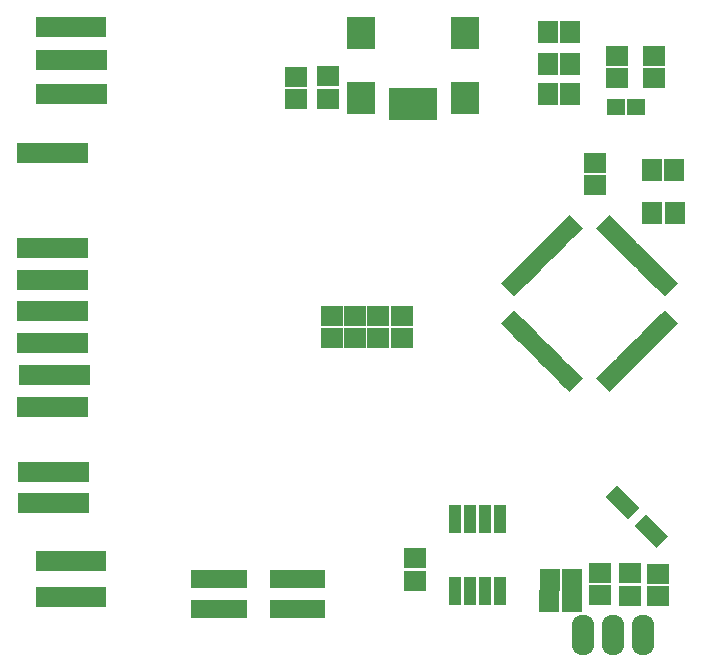
<source format=gbr>
G04 #@! TF.FileFunction,Soldermask,Top*
%FSLAX46Y46*%
G04 Gerber Fmt 4.6, Leading zero omitted, Abs format (unit mm)*
G04 Created by KiCad (PCBNEW 4.0.6) date 05/07/17 20:41:04*
%MOMM*%
%LPD*%
G01*
G04 APERTURE LIST*
%ADD10C,0.100000*%
%ADD11R,1.900000X1.700000*%
%ADD12R,1.700000X1.900000*%
%ADD13R,2.400000X2.800000*%
%ADD14R,0.900000X2.708000*%
%ADD15O,1.924000X3.448000*%
%ADD16R,1.060400X2.432000*%
%ADD17C,1.500000*%
%ADD18R,1.035000X1.670000*%
%ADD19R,1.500000X1.400000*%
%ADD20R,2.406600X1.492200*%
%ADD21R,2.940000X1.543000*%
G04 APERTURE END LIST*
D10*
D11*
X260004500Y-125907700D03*
X260004500Y-127807700D03*
X262392100Y-125958500D03*
X262392100Y-127858500D03*
D12*
X253212500Y-126451300D03*
X255112500Y-126451300D03*
D13*
X246040300Y-85628300D03*
D14*
X243240300Y-86192300D03*
X242440300Y-86192300D03*
X241640300Y-86192300D03*
X240840300Y-86192300D03*
X240040300Y-86192300D03*
D13*
X246040300Y-80128300D03*
X237240300Y-85628300D03*
X237240300Y-80128300D03*
D15*
X256042100Y-131099500D03*
X258582100Y-131099500D03*
X261122100Y-131099500D03*
D12*
X253034700Y-80045500D03*
X254934700Y-80045500D03*
D11*
X241827100Y-124644700D03*
X241827100Y-126544700D03*
D12*
X253187100Y-128254700D03*
X255087100Y-128254700D03*
D11*
X257489900Y-127782300D03*
X257489900Y-125882300D03*
X234807700Y-104089100D03*
X234807700Y-105989100D03*
X231759700Y-85745300D03*
X231759700Y-83845300D03*
X234426700Y-85719900D03*
X234426700Y-83819900D03*
D16*
X249006300Y-121269700D03*
X249006300Y-127416500D03*
X247736300Y-121269700D03*
X246466300Y-121269700D03*
X247736300Y-127416500D03*
X246466300Y-127416500D03*
X245196300Y-121269700D03*
X245196300Y-127416500D03*
D10*
G36*
X249575143Y-105224531D02*
X249080168Y-104729556D01*
X250211539Y-103598185D01*
X250706514Y-104093160D01*
X249575143Y-105224531D01*
X249575143Y-105224531D01*
G37*
G36*
X249928696Y-105578085D02*
X249433721Y-105083110D01*
X250565092Y-103951739D01*
X251060067Y-104446714D01*
X249928696Y-105578085D01*
X249928696Y-105578085D01*
G37*
G36*
X250282250Y-105931638D02*
X249787275Y-105436663D01*
X250918646Y-104305292D01*
X251413621Y-104800267D01*
X250282250Y-105931638D01*
X250282250Y-105931638D01*
G37*
G36*
X250635803Y-106285191D02*
X250140828Y-105790216D01*
X251272199Y-104658845D01*
X251767174Y-105153820D01*
X250635803Y-106285191D01*
X250635803Y-106285191D01*
G37*
G36*
X250989356Y-106638745D02*
X250494381Y-106143770D01*
X251625752Y-105012399D01*
X252120727Y-105507374D01*
X250989356Y-106638745D01*
X250989356Y-106638745D01*
G37*
G36*
X251342910Y-106992298D02*
X250847935Y-106497323D01*
X251979306Y-105365952D01*
X252474281Y-105860927D01*
X251342910Y-106992298D01*
X251342910Y-106992298D01*
G37*
G36*
X251696463Y-107345852D02*
X251201488Y-106850877D01*
X252332859Y-105719506D01*
X252827834Y-106214481D01*
X251696463Y-107345852D01*
X251696463Y-107345852D01*
G37*
G36*
X252050017Y-107699405D02*
X251555042Y-107204430D01*
X252686413Y-106073059D01*
X253181388Y-106568034D01*
X252050017Y-107699405D01*
X252050017Y-107699405D01*
G37*
G36*
X252403570Y-108052958D02*
X251908595Y-107557983D01*
X253039966Y-106426612D01*
X253534941Y-106921587D01*
X252403570Y-108052958D01*
X252403570Y-108052958D01*
G37*
G36*
X252757123Y-108406512D02*
X252262148Y-107911537D01*
X253393519Y-106780166D01*
X253888494Y-107275141D01*
X252757123Y-108406512D01*
X252757123Y-108406512D01*
G37*
G36*
X253110677Y-108760065D02*
X252615702Y-108265090D01*
X253747073Y-107133719D01*
X254242048Y-107628694D01*
X253110677Y-108760065D01*
X253110677Y-108760065D01*
G37*
G36*
X253464230Y-109113619D02*
X252969255Y-108618644D01*
X254100626Y-107487273D01*
X254595601Y-107982248D01*
X253464230Y-109113619D01*
X253464230Y-109113619D01*
G37*
G36*
X253817784Y-109467172D02*
X253322809Y-108972197D01*
X254454180Y-107840826D01*
X254949155Y-108335801D01*
X253817784Y-109467172D01*
X253817784Y-109467172D01*
G37*
G36*
X254171337Y-109820725D02*
X253676362Y-109325750D01*
X254807733Y-108194379D01*
X255302708Y-108689354D01*
X254171337Y-109820725D01*
X254171337Y-109820725D01*
G37*
G36*
X254524890Y-110174279D02*
X254029915Y-109679304D01*
X255161286Y-108547933D01*
X255656261Y-109042908D01*
X254524890Y-110174279D01*
X254524890Y-110174279D01*
G37*
G36*
X254878444Y-110527832D02*
X254383469Y-110032857D01*
X255514840Y-108901486D01*
X256009815Y-109396461D01*
X254878444Y-110527832D01*
X254878444Y-110527832D01*
G37*
G36*
X258272556Y-110527832D02*
X257141185Y-109396461D01*
X257636160Y-108901486D01*
X258767531Y-110032857D01*
X258272556Y-110527832D01*
X258272556Y-110527832D01*
G37*
G36*
X258626110Y-110174279D02*
X257494739Y-109042908D01*
X257989714Y-108547933D01*
X259121085Y-109679304D01*
X258626110Y-110174279D01*
X258626110Y-110174279D01*
G37*
G36*
X258979663Y-109820725D02*
X257848292Y-108689354D01*
X258343267Y-108194379D01*
X259474638Y-109325750D01*
X258979663Y-109820725D01*
X258979663Y-109820725D01*
G37*
G36*
X259333216Y-109467172D02*
X258201845Y-108335801D01*
X258696820Y-107840826D01*
X259828191Y-108972197D01*
X259333216Y-109467172D01*
X259333216Y-109467172D01*
G37*
G36*
X259686770Y-109113619D02*
X258555399Y-107982248D01*
X259050374Y-107487273D01*
X260181745Y-108618644D01*
X259686770Y-109113619D01*
X259686770Y-109113619D01*
G37*
G36*
X260040323Y-108760065D02*
X258908952Y-107628694D01*
X259403927Y-107133719D01*
X260535298Y-108265090D01*
X260040323Y-108760065D01*
X260040323Y-108760065D01*
G37*
G36*
X260393877Y-108406512D02*
X259262506Y-107275141D01*
X259757481Y-106780166D01*
X260888852Y-107911537D01*
X260393877Y-108406512D01*
X260393877Y-108406512D01*
G37*
G36*
X260747430Y-108052958D02*
X259616059Y-106921587D01*
X260111034Y-106426612D01*
X261242405Y-107557983D01*
X260747430Y-108052958D01*
X260747430Y-108052958D01*
G37*
G36*
X261100983Y-107699405D02*
X259969612Y-106568034D01*
X260464587Y-106073059D01*
X261595958Y-107204430D01*
X261100983Y-107699405D01*
X261100983Y-107699405D01*
G37*
G36*
X261454537Y-107345852D02*
X260323166Y-106214481D01*
X260818141Y-105719506D01*
X261949512Y-106850877D01*
X261454537Y-107345852D01*
X261454537Y-107345852D01*
G37*
G36*
X261808090Y-106992298D02*
X260676719Y-105860927D01*
X261171694Y-105365952D01*
X262303065Y-106497323D01*
X261808090Y-106992298D01*
X261808090Y-106992298D01*
G37*
G36*
X262161644Y-106638745D02*
X261030273Y-105507374D01*
X261525248Y-105012399D01*
X262656619Y-106143770D01*
X262161644Y-106638745D01*
X262161644Y-106638745D01*
G37*
G36*
X262515197Y-106285191D02*
X261383826Y-105153820D01*
X261878801Y-104658845D01*
X263010172Y-105790216D01*
X262515197Y-106285191D01*
X262515197Y-106285191D01*
G37*
G36*
X262868750Y-105931638D02*
X261737379Y-104800267D01*
X262232354Y-104305292D01*
X263363725Y-105436663D01*
X262868750Y-105931638D01*
X262868750Y-105931638D01*
G37*
G36*
X263222304Y-105578085D02*
X262090933Y-104446714D01*
X262585908Y-103951739D01*
X263717279Y-105083110D01*
X263222304Y-105578085D01*
X263222304Y-105578085D01*
G37*
G36*
X263575857Y-105224531D02*
X262444486Y-104093160D01*
X262939461Y-103598185D01*
X264070832Y-104729556D01*
X263575857Y-105224531D01*
X263575857Y-105224531D01*
G37*
G36*
X262939461Y-102466815D02*
X262444486Y-101971840D01*
X263575857Y-100840469D01*
X264070832Y-101335444D01*
X262939461Y-102466815D01*
X262939461Y-102466815D01*
G37*
G36*
X262585908Y-102113261D02*
X262090933Y-101618286D01*
X263222304Y-100486915D01*
X263717279Y-100981890D01*
X262585908Y-102113261D01*
X262585908Y-102113261D01*
G37*
G36*
X262232354Y-101759708D02*
X261737379Y-101264733D01*
X262868750Y-100133362D01*
X263363725Y-100628337D01*
X262232354Y-101759708D01*
X262232354Y-101759708D01*
G37*
G36*
X261878801Y-101406155D02*
X261383826Y-100911180D01*
X262515197Y-99779809D01*
X263010172Y-100274784D01*
X261878801Y-101406155D01*
X261878801Y-101406155D01*
G37*
G36*
X261525248Y-101052601D02*
X261030273Y-100557626D01*
X262161644Y-99426255D01*
X262656619Y-99921230D01*
X261525248Y-101052601D01*
X261525248Y-101052601D01*
G37*
G36*
X261171694Y-100699048D02*
X260676719Y-100204073D01*
X261808090Y-99072702D01*
X262303065Y-99567677D01*
X261171694Y-100699048D01*
X261171694Y-100699048D01*
G37*
G36*
X260818141Y-100345494D02*
X260323166Y-99850519D01*
X261454537Y-98719148D01*
X261949512Y-99214123D01*
X260818141Y-100345494D01*
X260818141Y-100345494D01*
G37*
G36*
X260464587Y-99991941D02*
X259969612Y-99496966D01*
X261100983Y-98365595D01*
X261595958Y-98860570D01*
X260464587Y-99991941D01*
X260464587Y-99991941D01*
G37*
G36*
X260111034Y-99638388D02*
X259616059Y-99143413D01*
X260747430Y-98012042D01*
X261242405Y-98507017D01*
X260111034Y-99638388D01*
X260111034Y-99638388D01*
G37*
G36*
X259757481Y-99284834D02*
X259262506Y-98789859D01*
X260393877Y-97658488D01*
X260888852Y-98153463D01*
X259757481Y-99284834D01*
X259757481Y-99284834D01*
G37*
G36*
X259403927Y-98931281D02*
X258908952Y-98436306D01*
X260040323Y-97304935D01*
X260535298Y-97799910D01*
X259403927Y-98931281D01*
X259403927Y-98931281D01*
G37*
G36*
X259050374Y-98577727D02*
X258555399Y-98082752D01*
X259686770Y-96951381D01*
X260181745Y-97446356D01*
X259050374Y-98577727D01*
X259050374Y-98577727D01*
G37*
G36*
X258696820Y-98224174D02*
X258201845Y-97729199D01*
X259333216Y-96597828D01*
X259828191Y-97092803D01*
X258696820Y-98224174D01*
X258696820Y-98224174D01*
G37*
G36*
X258343267Y-97870621D02*
X257848292Y-97375646D01*
X258979663Y-96244275D01*
X259474638Y-96739250D01*
X258343267Y-97870621D01*
X258343267Y-97870621D01*
G37*
G36*
X257989714Y-97517067D02*
X257494739Y-97022092D01*
X258626110Y-95890721D01*
X259121085Y-96385696D01*
X257989714Y-97517067D01*
X257989714Y-97517067D01*
G37*
G36*
X257636160Y-97163514D02*
X257141185Y-96668539D01*
X258272556Y-95537168D01*
X258767531Y-96032143D01*
X257636160Y-97163514D01*
X257636160Y-97163514D01*
G37*
G36*
X255514840Y-97163514D02*
X254383469Y-96032143D01*
X254878444Y-95537168D01*
X256009815Y-96668539D01*
X255514840Y-97163514D01*
X255514840Y-97163514D01*
G37*
G36*
X255161286Y-97517067D02*
X254029915Y-96385696D01*
X254524890Y-95890721D01*
X255656261Y-97022092D01*
X255161286Y-97517067D01*
X255161286Y-97517067D01*
G37*
G36*
X254807733Y-97870621D02*
X253676362Y-96739250D01*
X254171337Y-96244275D01*
X255302708Y-97375646D01*
X254807733Y-97870621D01*
X254807733Y-97870621D01*
G37*
G36*
X254454180Y-98224174D02*
X253322809Y-97092803D01*
X253817784Y-96597828D01*
X254949155Y-97729199D01*
X254454180Y-98224174D01*
X254454180Y-98224174D01*
G37*
G36*
X254100626Y-98577727D02*
X252969255Y-97446356D01*
X253464230Y-96951381D01*
X254595601Y-98082752D01*
X254100626Y-98577727D01*
X254100626Y-98577727D01*
G37*
G36*
X253747073Y-98931281D02*
X252615702Y-97799910D01*
X253110677Y-97304935D01*
X254242048Y-98436306D01*
X253747073Y-98931281D01*
X253747073Y-98931281D01*
G37*
G36*
X253393519Y-99284834D02*
X252262148Y-98153463D01*
X252757123Y-97658488D01*
X253888494Y-98789859D01*
X253393519Y-99284834D01*
X253393519Y-99284834D01*
G37*
G36*
X253039966Y-99638388D02*
X251908595Y-98507017D01*
X252403570Y-98012042D01*
X253534941Y-99143413D01*
X253039966Y-99638388D01*
X253039966Y-99638388D01*
G37*
G36*
X252686413Y-99991941D02*
X251555042Y-98860570D01*
X252050017Y-98365595D01*
X253181388Y-99496966D01*
X252686413Y-99991941D01*
X252686413Y-99991941D01*
G37*
G36*
X252332859Y-100345494D02*
X251201488Y-99214123D01*
X251696463Y-98719148D01*
X252827834Y-99850519D01*
X252332859Y-100345494D01*
X252332859Y-100345494D01*
G37*
G36*
X251979306Y-100699048D02*
X250847935Y-99567677D01*
X251342910Y-99072702D01*
X252474281Y-100204073D01*
X251979306Y-100699048D01*
X251979306Y-100699048D01*
G37*
G36*
X251625752Y-101052601D02*
X250494381Y-99921230D01*
X250989356Y-99426255D01*
X252120727Y-100557626D01*
X251625752Y-101052601D01*
X251625752Y-101052601D01*
G37*
G36*
X251272199Y-101406155D02*
X250140828Y-100274784D01*
X250635803Y-99779809D01*
X251767174Y-100911180D01*
X251272199Y-101406155D01*
X251272199Y-101406155D01*
G37*
G36*
X250918646Y-101759708D02*
X249787275Y-100628337D01*
X250282250Y-100133362D01*
X251413621Y-101264733D01*
X250918646Y-101759708D01*
X250918646Y-101759708D01*
G37*
G36*
X250565092Y-102113261D02*
X249433721Y-100981890D01*
X249928696Y-100486915D01*
X251060067Y-101618286D01*
X250565092Y-102113261D01*
X250565092Y-102113261D01*
G37*
G36*
X250211539Y-102466815D02*
X249080168Y-101335444D01*
X249575143Y-100840469D01*
X250706514Y-101971840D01*
X250211539Y-102466815D01*
X250211539Y-102466815D01*
G37*
D17*
X211412500Y-90281700D03*
D18*
X211793500Y-90281700D03*
X212428500Y-90281700D03*
X211158500Y-90281700D03*
X210523500Y-90281700D03*
X209888500Y-90281700D03*
X213025400Y-90281700D03*
X213622300Y-90281700D03*
X209266200Y-90281700D03*
X208643900Y-90281700D03*
D17*
X213014500Y-82458500D03*
D18*
X213395500Y-82458500D03*
X214030500Y-82458500D03*
X212760500Y-82458500D03*
X212125500Y-82458500D03*
X211490500Y-82458500D03*
X214627400Y-82458500D03*
X215224300Y-82458500D03*
X210868200Y-82458500D03*
X210245900Y-82458500D03*
D17*
X211386100Y-103718300D03*
D18*
X211767100Y-103718300D03*
X212402100Y-103718300D03*
X211132100Y-103718300D03*
X210497100Y-103718300D03*
X209862100Y-103718300D03*
X212999000Y-103718300D03*
X213595900Y-103718300D03*
X209239800Y-103718300D03*
X208617500Y-103718300D03*
D17*
X211411500Y-106385300D03*
D18*
X211792500Y-106385300D03*
X212427500Y-106385300D03*
X211157500Y-106385300D03*
X210522500Y-106385300D03*
X209887500Y-106385300D03*
X213024400Y-106385300D03*
X213621300Y-106385300D03*
X209265200Y-106385300D03*
X208642900Y-106385300D03*
D17*
X211587500Y-109077700D03*
D18*
X211968500Y-109077700D03*
X212603500Y-109077700D03*
X211333500Y-109077700D03*
X210698500Y-109077700D03*
X210063500Y-109077700D03*
X213200400Y-109077700D03*
X213797300Y-109077700D03*
X209441200Y-109077700D03*
X208818900Y-109077700D03*
D17*
X211388900Y-98384300D03*
D18*
X211769900Y-98384300D03*
X212404900Y-98384300D03*
X211134900Y-98384300D03*
X210499900Y-98384300D03*
X209864900Y-98384300D03*
X213001800Y-98384300D03*
X213598700Y-98384300D03*
X209242600Y-98384300D03*
X208620300Y-98384300D03*
D17*
X213014500Y-85354100D03*
D18*
X213395500Y-85354100D03*
X214030500Y-85354100D03*
X212760500Y-85354100D03*
X212125500Y-85354100D03*
X211490500Y-85354100D03*
X214627400Y-85354100D03*
X215224300Y-85354100D03*
X210868200Y-85354100D03*
X210245900Y-85354100D03*
D17*
X212963700Y-127949900D03*
D18*
X213344700Y-127949900D03*
X213979700Y-127949900D03*
X212709700Y-127949900D03*
X212074700Y-127949900D03*
X211439700Y-127949900D03*
X214576600Y-127949900D03*
X215173500Y-127949900D03*
X210817400Y-127949900D03*
X210195100Y-127949900D03*
D17*
X212963700Y-124825700D03*
D18*
X213344700Y-124825700D03*
X213979700Y-124825700D03*
X212709700Y-124825700D03*
X212074700Y-124825700D03*
X211439700Y-124825700D03*
X214576600Y-124825700D03*
X215173500Y-124825700D03*
X210817400Y-124825700D03*
X210195100Y-124825700D03*
D12*
X261899300Y-95412500D03*
X263799300Y-95412500D03*
X263773900Y-91729500D03*
X261873900Y-91729500D03*
D19*
X258798900Y-86420900D03*
X260498900Y-86420900D03*
D11*
X262011100Y-83992700D03*
X262011100Y-82092700D03*
X258937700Y-83992700D03*
X258937700Y-82092700D03*
D17*
X212963700Y-79664500D03*
D18*
X213344700Y-79664500D03*
X213979700Y-79664500D03*
X212709700Y-79664500D03*
X212074700Y-79664500D03*
X211439700Y-79664500D03*
X214576600Y-79664500D03*
X215173500Y-79664500D03*
X210817400Y-79664500D03*
X210195100Y-79664500D03*
D17*
X211510300Y-119948900D03*
D18*
X211891300Y-119948900D03*
X212526300Y-119948900D03*
X211256300Y-119948900D03*
X210621300Y-119948900D03*
X209986300Y-119948900D03*
X213123200Y-119948900D03*
X213720100Y-119948900D03*
X209364000Y-119948900D03*
X208741700Y-119948900D03*
D17*
X211397900Y-111846300D03*
D18*
X211778900Y-111846300D03*
X212413900Y-111846300D03*
X211143900Y-111846300D03*
X210508900Y-111846300D03*
X209873900Y-111846300D03*
X213010800Y-111846300D03*
X213607700Y-111846300D03*
X209251600Y-111846300D03*
X208629300Y-111846300D03*
D11*
X257083500Y-93060500D03*
X257083500Y-91160500D03*
D12*
X253060100Y-85303300D03*
X254960100Y-85303300D03*
X254934700Y-82763300D03*
X253034700Y-82763300D03*
D20*
X233041700Y-128965900D03*
X224050100Y-128965900D03*
X224050100Y-126425900D03*
X233041700Y-126425900D03*
D21*
X230958900Y-126425900D03*
X230958900Y-128965900D03*
X226132900Y-126425900D03*
X226132900Y-128965900D03*
D11*
X236738100Y-104089100D03*
X236738100Y-105989100D03*
D17*
X211484900Y-117307300D03*
D18*
X211865900Y-117307300D03*
X212500900Y-117307300D03*
X211230900Y-117307300D03*
X210595900Y-117307300D03*
X209960900Y-117307300D03*
X213097800Y-117307300D03*
X213694700Y-117307300D03*
X209338600Y-117307300D03*
X208716300Y-117307300D03*
D17*
X211374300Y-101051300D03*
D18*
X211755300Y-101051300D03*
X212390300Y-101051300D03*
X211120300Y-101051300D03*
X210485300Y-101051300D03*
X209850300Y-101051300D03*
X212987200Y-101051300D03*
X213584100Y-101051300D03*
X209228000Y-101051300D03*
X208605700Y-101051300D03*
D11*
X238719300Y-105989100D03*
X238719300Y-104089100D03*
X240700500Y-105989100D03*
X240700500Y-104089100D03*
D10*
G36*
X263261751Y-122780601D02*
X262271801Y-123770551D01*
X260362613Y-121861363D01*
X261352563Y-120871413D01*
X263261751Y-122780601D01*
X263261751Y-122780601D01*
G37*
G36*
X260839910Y-120358760D02*
X259849960Y-121348710D01*
X257940772Y-119439522D01*
X258930722Y-118449572D01*
X260839910Y-120358760D01*
X260839910Y-120358760D01*
G37*
M02*

</source>
